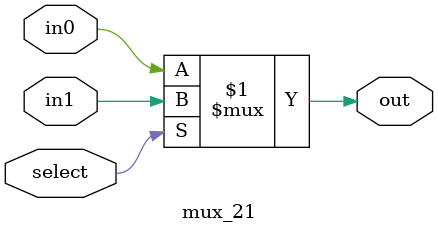
<source format=v>
module mux_21(out, select, in0, in1);
  input select;
  input in0, in1;
  output out;
  assign out = select ? in1 : in0;
endmodule

</source>
